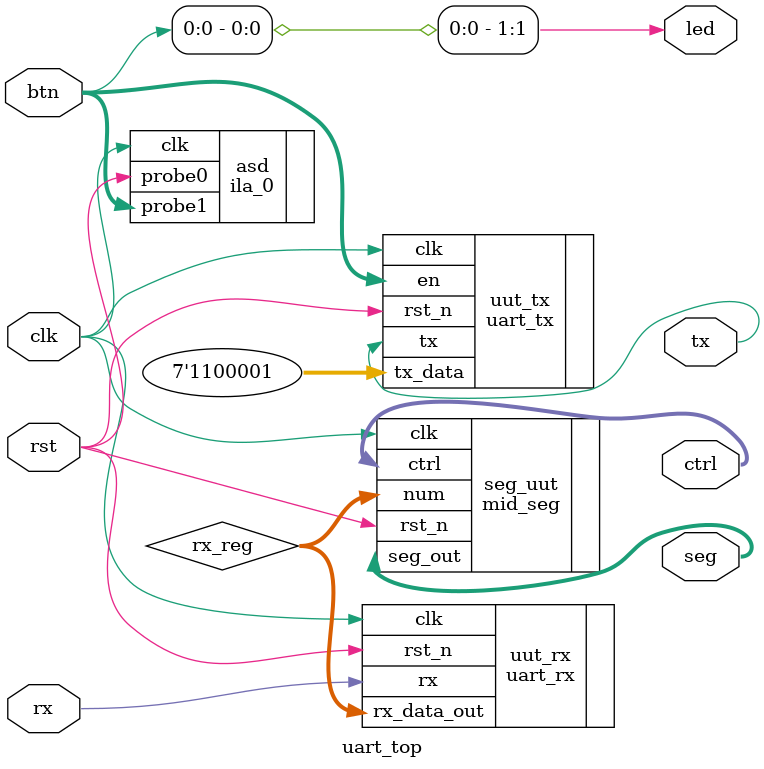
<source format=v>
module uart_top(
    input   clk,rst,
    input   rx,
    input   [3:0]btn,
    output   [3:0]led,
    output  [7:0]seg,
    output  [5:0]ctrl,
    output  tx

);
wire [7:0]rx_reg;;
assign led[1] = btn[0];
    uart_rx uut_rx(
        .clk(clk),
        .rst_n(rst),
        .rx (rx),
        .rx_data_out(rx_reg)
    );


    mid_seg seg_uut(
        .clk(clk),
        .rst_n(rst),
        .ctrl(ctrl),
        .num(rx_reg),
        .seg_out(seg)
    );
    ila_0 asd(
        .clk(clk),
        .probe0(rst),
        .probe1(btn)
    );
//    module ila_0 (
//    clk,
    
    
//    probe0,
//    probe1,
//    probe2
//    );
    
    uart_tx uut_tx(
        .clk(clk),
        .rst_n(rst),
        .tx (tx),
        .en(btn),
        .tx_data(7'b1100001)
    );


endmodule
</source>
